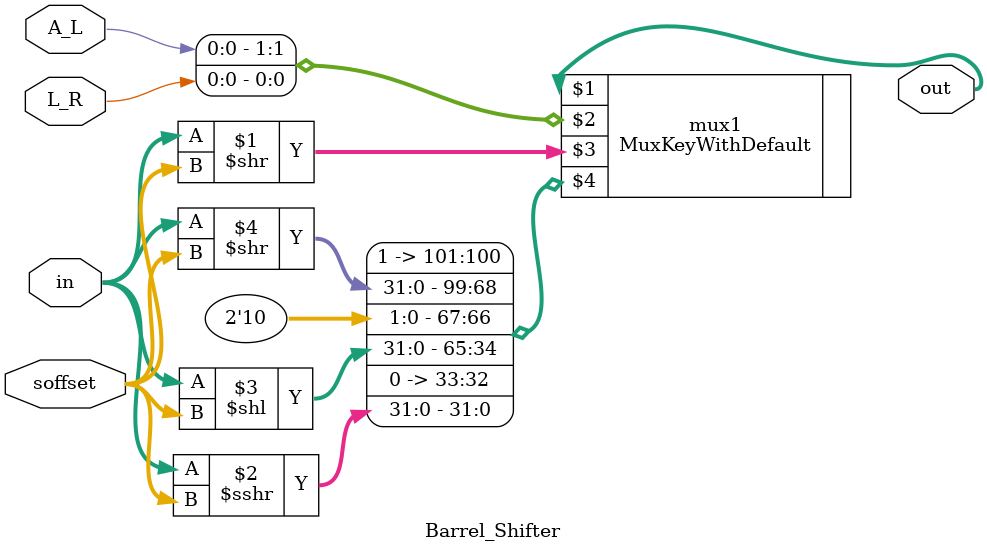
<source format=v>
module Barrel_Shifter(
	input L_R,
	input A_L,
	input [31:0] in,
	input [31:0] soffset,
	output [31:0] out
);
	//之后使用桶形移位实现，目前先做个效果
	MuxKeyWithDefault #(3, 2, 32) mux1(out,{A_L,L_R},(in>>soffset),{
        2'b11,   (in>>soffset),
        2'b10,   (in<<soffset),
        2'b00,   (in>>>soffset)
    });



endmodule

</source>
